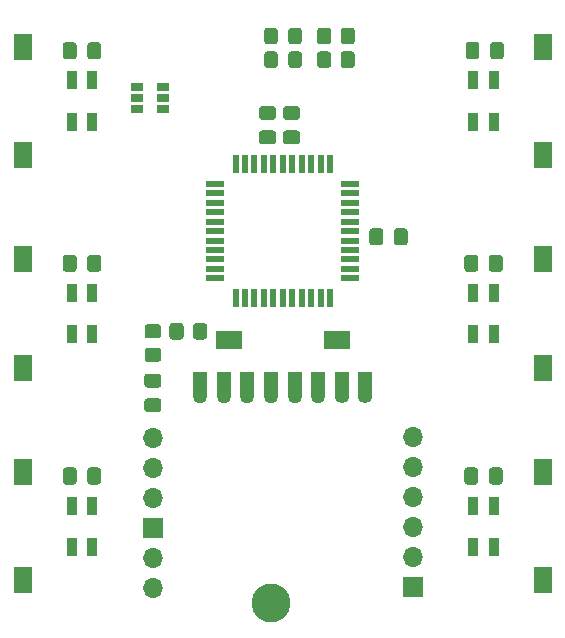
<source format=gbr>
%TF.GenerationSoftware,KiCad,Pcbnew,(5.1.9)-1*%
%TF.CreationDate,2021-04-07T03:10:53+02:00*%
%TF.ProjectId,HB-RC-6-PBU-LED,48422d52-432d-4362-9d50-42552d4c4544,rev?*%
%TF.SameCoordinates,Original*%
%TF.FileFunction,Soldermask,Top*%
%TF.FilePolarity,Negative*%
%FSLAX46Y46*%
G04 Gerber Fmt 4.6, Leading zero omitted, Abs format (unit mm)*
G04 Created by KiCad (PCBNEW (5.1.9)-1) date 2021-04-07 03:10:53*
%MOMM*%
%LPD*%
G01*
G04 APERTURE LIST*
%ADD10R,1.500000X0.550000*%
%ADD11R,0.550000X1.500000*%
%ADD12R,2.180000X1.600000*%
%ADD13O,1.270000X1.270000*%
%ADD14C,1.270000*%
%ADD15C,3.300000*%
%ADD16R,1.200000X2.000000*%
%ADD17O,1.700000X1.700000*%
%ADD18R,1.700000X1.700000*%
%ADD19R,1.060000X0.650000*%
%ADD20R,1.600000X2.180000*%
%ADD21R,0.850000X1.600000*%
G04 APERTURE END LIST*
D10*
%TO.C,U1*%
X189300000Y-72010000D03*
X189300000Y-71210000D03*
X189300000Y-70410000D03*
X189300000Y-69610000D03*
X189300000Y-68810000D03*
X189300000Y-68010000D03*
X189300000Y-67210000D03*
X189300000Y-66410000D03*
X189300000Y-65610000D03*
X189300000Y-64810000D03*
X189300000Y-64010000D03*
D11*
X191000000Y-62310000D03*
X191800000Y-62310000D03*
X192600000Y-62310000D03*
X193400000Y-62310000D03*
X194200000Y-62310000D03*
X195000000Y-62310000D03*
X195800000Y-62310000D03*
X196600000Y-62310000D03*
X197400000Y-62310000D03*
X198200000Y-62310000D03*
X199000000Y-62310000D03*
D10*
X200700000Y-64010000D03*
X200700000Y-64810000D03*
X200700000Y-65610000D03*
X200700000Y-66410000D03*
X200700000Y-67210000D03*
X200700000Y-68010000D03*
X200700000Y-68810000D03*
X200700000Y-69610000D03*
X200700000Y-70410000D03*
X200700000Y-71210000D03*
X200700000Y-72010000D03*
D11*
X199000000Y-73710000D03*
X198200000Y-73710000D03*
X197400000Y-73710000D03*
X196600000Y-73710000D03*
X195800000Y-73710000D03*
X195000000Y-73710000D03*
X194200000Y-73710000D03*
X193400000Y-73710000D03*
X192600000Y-73710000D03*
X191800000Y-73710000D03*
X191000000Y-73710000D03*
%TD*%
D12*
%TO.C,SW1*%
X190410000Y-77250000D03*
X199590000Y-77250000D03*
%TD*%
%TO.C,D2*%
G36*
G01*
X195475000Y-51950001D02*
X195475000Y-51049999D01*
G75*
G02*
X195724999Y-50800000I249999J0D01*
G01*
X196375001Y-50800000D01*
G75*
G02*
X196625000Y-51049999I0J-249999D01*
G01*
X196625000Y-51950001D01*
G75*
G02*
X196375001Y-52200000I-249999J0D01*
G01*
X195724999Y-52200000D01*
G75*
G02*
X195475000Y-51950001I0J249999D01*
G01*
G37*
G36*
G01*
X193425000Y-51950001D02*
X193425000Y-51049999D01*
G75*
G02*
X193674999Y-50800000I249999J0D01*
G01*
X194325001Y-50800000D01*
G75*
G02*
X194575000Y-51049999I0J-249999D01*
G01*
X194575000Y-51950001D01*
G75*
G02*
X194325001Y-52200000I-249999J0D01*
G01*
X193674999Y-52200000D01*
G75*
G02*
X193425000Y-51950001I0J249999D01*
G01*
G37*
%TD*%
%TO.C,D1*%
G36*
G01*
X195475000Y-53950001D02*
X195475000Y-53049999D01*
G75*
G02*
X195724999Y-52800000I249999J0D01*
G01*
X196375001Y-52800000D01*
G75*
G02*
X196625000Y-53049999I0J-249999D01*
G01*
X196625000Y-53950001D01*
G75*
G02*
X196375001Y-54200000I-249999J0D01*
G01*
X195724999Y-54200000D01*
G75*
G02*
X195475000Y-53950001I0J249999D01*
G01*
G37*
G36*
G01*
X193425000Y-53950001D02*
X193425000Y-53049999D01*
G75*
G02*
X193674999Y-52800000I249999J0D01*
G01*
X194325001Y-52800000D01*
G75*
G02*
X194575000Y-53049999I0J-249999D01*
G01*
X194575000Y-53950001D01*
G75*
G02*
X194325001Y-54200000I-249999J0D01*
G01*
X193674999Y-54200000D01*
G75*
G02*
X193425000Y-53950001I0J249999D01*
G01*
G37*
%TD*%
D13*
%TO.C,IC1*%
X202000000Y-82000000D03*
X200000000Y-82000000D03*
D14*
X198000000Y-82000000D03*
X196000000Y-82000000D03*
X194000000Y-82000000D03*
X192000000Y-82000000D03*
X190000000Y-82000000D03*
X188000000Y-82000000D03*
D15*
X193984000Y-99526000D03*
D16*
X202000000Y-81000000D03*
X200000000Y-81000000D03*
X198000000Y-81000000D03*
X196000000Y-81000000D03*
X194000000Y-81000000D03*
X192000000Y-81000000D03*
X190000000Y-81000000D03*
X188000000Y-81000000D03*
%TD*%
D17*
%TO.C,J2*%
X206000000Y-85480000D03*
X206000000Y-88020000D03*
X206000000Y-90560000D03*
X206000000Y-93100000D03*
X206000000Y-95640000D03*
D18*
X206000000Y-98180000D03*
%TD*%
D17*
%TO.C,J3*%
X184000000Y-98200000D03*
X184000000Y-95660000D03*
D18*
X184000000Y-93120000D03*
D17*
X184000000Y-90580000D03*
X184000000Y-88040000D03*
X184000000Y-85500000D03*
%TD*%
%TO.C,C13*%
G36*
G01*
X177550000Y-52275000D02*
X177550000Y-53225000D01*
G75*
G02*
X177300000Y-53475000I-250000J0D01*
G01*
X176625000Y-53475000D01*
G75*
G02*
X176375000Y-53225000I0J250000D01*
G01*
X176375000Y-52275000D01*
G75*
G02*
X176625000Y-52025000I250000J0D01*
G01*
X177300000Y-52025000D01*
G75*
G02*
X177550000Y-52275000I0J-250000D01*
G01*
G37*
G36*
G01*
X179625000Y-52275000D02*
X179625000Y-53225000D01*
G75*
G02*
X179375000Y-53475000I-250000J0D01*
G01*
X178700000Y-53475000D01*
G75*
G02*
X178450000Y-53225000I0J250000D01*
G01*
X178450000Y-52275000D01*
G75*
G02*
X178700000Y-52025000I250000J0D01*
G01*
X179375000Y-52025000D01*
G75*
G02*
X179625000Y-52275000I0J-250000D01*
G01*
G37*
%TD*%
%TO.C,C12*%
G36*
G01*
X211550000Y-88275000D02*
X211550000Y-89225000D01*
G75*
G02*
X211300000Y-89475000I-250000J0D01*
G01*
X210625000Y-89475000D01*
G75*
G02*
X210375000Y-89225000I0J250000D01*
G01*
X210375000Y-88275000D01*
G75*
G02*
X210625000Y-88025000I250000J0D01*
G01*
X211300000Y-88025000D01*
G75*
G02*
X211550000Y-88275000I0J-250000D01*
G01*
G37*
G36*
G01*
X213625000Y-88275000D02*
X213625000Y-89225000D01*
G75*
G02*
X213375000Y-89475000I-250000J0D01*
G01*
X212700000Y-89475000D01*
G75*
G02*
X212450000Y-89225000I0J250000D01*
G01*
X212450000Y-88275000D01*
G75*
G02*
X212700000Y-88025000I250000J0D01*
G01*
X213375000Y-88025000D01*
G75*
G02*
X213625000Y-88275000I0J-250000D01*
G01*
G37*
%TD*%
%TO.C,C11*%
G36*
G01*
X211550000Y-70275000D02*
X211550000Y-71225000D01*
G75*
G02*
X211300000Y-71475000I-250000J0D01*
G01*
X210625000Y-71475000D01*
G75*
G02*
X210375000Y-71225000I0J250000D01*
G01*
X210375000Y-70275000D01*
G75*
G02*
X210625000Y-70025000I250000J0D01*
G01*
X211300000Y-70025000D01*
G75*
G02*
X211550000Y-70275000I0J-250000D01*
G01*
G37*
G36*
G01*
X213625000Y-70275000D02*
X213625000Y-71225000D01*
G75*
G02*
X213375000Y-71475000I-250000J0D01*
G01*
X212700000Y-71475000D01*
G75*
G02*
X212450000Y-71225000I0J250000D01*
G01*
X212450000Y-70275000D01*
G75*
G02*
X212700000Y-70025000I250000J0D01*
G01*
X213375000Y-70025000D01*
G75*
G02*
X213625000Y-70275000I0J-250000D01*
G01*
G37*
%TD*%
%TO.C,C10*%
G36*
G01*
X211650000Y-52255000D02*
X211650000Y-53205000D01*
G75*
G02*
X211400000Y-53455000I-250000J0D01*
G01*
X210725000Y-53455000D01*
G75*
G02*
X210475000Y-53205000I0J250000D01*
G01*
X210475000Y-52255000D01*
G75*
G02*
X210725000Y-52005000I250000J0D01*
G01*
X211400000Y-52005000D01*
G75*
G02*
X211650000Y-52255000I0J-250000D01*
G01*
G37*
G36*
G01*
X213725000Y-52255000D02*
X213725000Y-53205000D01*
G75*
G02*
X213475000Y-53455000I-250000J0D01*
G01*
X212800000Y-53455000D01*
G75*
G02*
X212550000Y-53205000I0J250000D01*
G01*
X212550000Y-52255000D01*
G75*
G02*
X212800000Y-52005000I250000J0D01*
G01*
X213475000Y-52005000D01*
G75*
G02*
X213725000Y-52255000I0J-250000D01*
G01*
G37*
%TD*%
%TO.C,C9*%
G36*
G01*
X177550000Y-88275000D02*
X177550000Y-89225000D01*
G75*
G02*
X177300000Y-89475000I-250000J0D01*
G01*
X176625000Y-89475000D01*
G75*
G02*
X176375000Y-89225000I0J250000D01*
G01*
X176375000Y-88275000D01*
G75*
G02*
X176625000Y-88025000I250000J0D01*
G01*
X177300000Y-88025000D01*
G75*
G02*
X177550000Y-88275000I0J-250000D01*
G01*
G37*
G36*
G01*
X179625000Y-88275000D02*
X179625000Y-89225000D01*
G75*
G02*
X179375000Y-89475000I-250000J0D01*
G01*
X178700000Y-89475000D01*
G75*
G02*
X178450000Y-89225000I0J250000D01*
G01*
X178450000Y-88275000D01*
G75*
G02*
X178700000Y-88025000I250000J0D01*
G01*
X179375000Y-88025000D01*
G75*
G02*
X179625000Y-88275000I0J-250000D01*
G01*
G37*
%TD*%
%TO.C,C8*%
G36*
G01*
X177550000Y-70275000D02*
X177550000Y-71225000D01*
G75*
G02*
X177300000Y-71475000I-250000J0D01*
G01*
X176625000Y-71475000D01*
G75*
G02*
X176375000Y-71225000I0J250000D01*
G01*
X176375000Y-70275000D01*
G75*
G02*
X176625000Y-70025000I250000J0D01*
G01*
X177300000Y-70025000D01*
G75*
G02*
X177550000Y-70275000I0J-250000D01*
G01*
G37*
G36*
G01*
X179625000Y-70275000D02*
X179625000Y-71225000D01*
G75*
G02*
X179375000Y-71475000I-250000J0D01*
G01*
X178700000Y-71475000D01*
G75*
G02*
X178450000Y-71225000I0J250000D01*
G01*
X178450000Y-70275000D01*
G75*
G02*
X178700000Y-70025000I250000J0D01*
G01*
X179375000Y-70025000D01*
G75*
G02*
X179625000Y-70275000I0J-250000D01*
G01*
G37*
%TD*%
D19*
%TO.C,U3*%
X184850000Y-56750000D03*
X184850000Y-55800000D03*
X184850000Y-57700000D03*
X182650000Y-57700000D03*
X182650000Y-56750000D03*
X182650000Y-55800000D03*
%TD*%
D20*
%TO.C,SW7*%
X217000000Y-88410000D03*
X217000000Y-97590000D03*
%TD*%
%TO.C,SW6*%
X217000000Y-70410000D03*
X217000000Y-79590000D03*
%TD*%
%TO.C,SW5*%
X217000000Y-61590000D03*
X217000000Y-52410000D03*
%TD*%
%TO.C,SW4*%
X173000000Y-88410000D03*
X173000000Y-97590000D03*
%TD*%
%TO.C,SW3*%
X173000000Y-70410000D03*
X173000000Y-79590000D03*
%TD*%
%TO.C,SW2*%
X173000000Y-61590000D03*
X173000000Y-52410000D03*
%TD*%
%TO.C,R4*%
G36*
G01*
X187400000Y-76950001D02*
X187400000Y-76049999D01*
G75*
G02*
X187649999Y-75800000I249999J0D01*
G01*
X188350001Y-75800000D01*
G75*
G02*
X188600000Y-76049999I0J-249999D01*
G01*
X188600000Y-76950001D01*
G75*
G02*
X188350001Y-77200000I-249999J0D01*
G01*
X187649999Y-77200000D01*
G75*
G02*
X187400000Y-76950001I0J249999D01*
G01*
G37*
G36*
G01*
X185400000Y-76950001D02*
X185400000Y-76049999D01*
G75*
G02*
X185649999Y-75800000I249999J0D01*
G01*
X186350001Y-75800000D01*
G75*
G02*
X186600000Y-76049999I0J-249999D01*
G01*
X186600000Y-76950001D01*
G75*
G02*
X186350001Y-77200000I-249999J0D01*
G01*
X185649999Y-77200000D01*
G75*
G02*
X185400000Y-76950001I0J249999D01*
G01*
G37*
%TD*%
%TO.C,R3*%
G36*
G01*
X183549999Y-77900000D02*
X184450001Y-77900000D01*
G75*
G02*
X184700000Y-78149999I0J-249999D01*
G01*
X184700000Y-78850001D01*
G75*
G02*
X184450001Y-79100000I-249999J0D01*
G01*
X183549999Y-79100000D01*
G75*
G02*
X183300000Y-78850001I0J249999D01*
G01*
X183300000Y-78149999D01*
G75*
G02*
X183549999Y-77900000I249999J0D01*
G01*
G37*
G36*
G01*
X183549999Y-75900000D02*
X184450001Y-75900000D01*
G75*
G02*
X184700000Y-76149999I0J-249999D01*
G01*
X184700000Y-76850001D01*
G75*
G02*
X184450001Y-77100000I-249999J0D01*
G01*
X183549999Y-77100000D01*
G75*
G02*
X183300000Y-76850001I0J249999D01*
G01*
X183300000Y-76149999D01*
G75*
G02*
X183549999Y-75900000I249999J0D01*
G01*
G37*
%TD*%
%TO.C,R2*%
G36*
G01*
X199100000Y-51049999D02*
X199100000Y-51950001D01*
G75*
G02*
X198850001Y-52200000I-249999J0D01*
G01*
X198149999Y-52200000D01*
G75*
G02*
X197900000Y-51950001I0J249999D01*
G01*
X197900000Y-51049999D01*
G75*
G02*
X198149999Y-50800000I249999J0D01*
G01*
X198850001Y-50800000D01*
G75*
G02*
X199100000Y-51049999I0J-249999D01*
G01*
G37*
G36*
G01*
X201100000Y-51049999D02*
X201100000Y-51950001D01*
G75*
G02*
X200850001Y-52200000I-249999J0D01*
G01*
X200149999Y-52200000D01*
G75*
G02*
X199900000Y-51950001I0J249999D01*
G01*
X199900000Y-51049999D01*
G75*
G02*
X200149999Y-50800000I249999J0D01*
G01*
X200850001Y-50800000D01*
G75*
G02*
X201100000Y-51049999I0J-249999D01*
G01*
G37*
%TD*%
%TO.C,R1*%
G36*
G01*
X199100000Y-53049999D02*
X199100000Y-53950001D01*
G75*
G02*
X198850001Y-54200000I-249999J0D01*
G01*
X198149999Y-54200000D01*
G75*
G02*
X197900000Y-53950001I0J249999D01*
G01*
X197900000Y-53049999D01*
G75*
G02*
X198149999Y-52800000I249999J0D01*
G01*
X198850001Y-52800000D01*
G75*
G02*
X199100000Y-53049999I0J-249999D01*
G01*
G37*
G36*
G01*
X201100000Y-53049999D02*
X201100000Y-53950001D01*
G75*
G02*
X200850001Y-54200000I-249999J0D01*
G01*
X200149999Y-54200000D01*
G75*
G02*
X199900000Y-53950001I0J249999D01*
G01*
X199900000Y-53049999D01*
G75*
G02*
X200149999Y-52800000I249999J0D01*
G01*
X200850001Y-52800000D01*
G75*
G02*
X201100000Y-53049999I0J-249999D01*
G01*
G37*
%TD*%
D21*
%TO.C,D8*%
X211125000Y-94750000D03*
X212875000Y-94750000D03*
X211125000Y-91250000D03*
X212875000Y-91250000D03*
%TD*%
%TO.C,D5*%
X177125000Y-94750000D03*
X178875000Y-94750000D03*
X177125000Y-91250000D03*
X178875000Y-91250000D03*
%TD*%
%TO.C,D7*%
X211125000Y-76750000D03*
X212875000Y-76750000D03*
X211125000Y-73250000D03*
X212875000Y-73250000D03*
%TD*%
%TO.C,D4*%
X177125000Y-76750000D03*
X178875000Y-76750000D03*
X177125000Y-73250000D03*
X178875000Y-73250000D03*
%TD*%
%TO.C,D6*%
X211125000Y-58750000D03*
X212875000Y-58750000D03*
X211125000Y-55250000D03*
X212875000Y-55250000D03*
%TD*%
%TO.C,D3*%
X177125000Y-58750000D03*
X178875000Y-58750000D03*
X177125000Y-55250000D03*
X178875000Y-55250000D03*
%TD*%
%TO.C,C7*%
G36*
G01*
X194185000Y-58592500D02*
X193235000Y-58592500D01*
G75*
G02*
X192985000Y-58342500I0J250000D01*
G01*
X192985000Y-57667500D01*
G75*
G02*
X193235000Y-57417500I250000J0D01*
G01*
X194185000Y-57417500D01*
G75*
G02*
X194435000Y-57667500I0J-250000D01*
G01*
X194435000Y-58342500D01*
G75*
G02*
X194185000Y-58592500I-250000J0D01*
G01*
G37*
G36*
G01*
X194185000Y-60667500D02*
X193235000Y-60667500D01*
G75*
G02*
X192985000Y-60417500I0J250000D01*
G01*
X192985000Y-59742500D01*
G75*
G02*
X193235000Y-59492500I250000J0D01*
G01*
X194185000Y-59492500D01*
G75*
G02*
X194435000Y-59742500I0J-250000D01*
G01*
X194435000Y-60417500D01*
G75*
G02*
X194185000Y-60667500I-250000J0D01*
G01*
G37*
%TD*%
%TO.C,C5*%
G36*
G01*
X204412500Y-68975000D02*
X204412500Y-68025000D01*
G75*
G02*
X204662500Y-67775000I250000J0D01*
G01*
X205337500Y-67775000D01*
G75*
G02*
X205587500Y-68025000I0J-250000D01*
G01*
X205587500Y-68975000D01*
G75*
G02*
X205337500Y-69225000I-250000J0D01*
G01*
X204662500Y-69225000D01*
G75*
G02*
X204412500Y-68975000I0J250000D01*
G01*
G37*
G36*
G01*
X202337500Y-68975000D02*
X202337500Y-68025000D01*
G75*
G02*
X202587500Y-67775000I250000J0D01*
G01*
X203262500Y-67775000D01*
G75*
G02*
X203512500Y-68025000I0J-250000D01*
G01*
X203512500Y-68975000D01*
G75*
G02*
X203262500Y-69225000I-250000J0D01*
G01*
X202587500Y-69225000D01*
G75*
G02*
X202337500Y-68975000I0J250000D01*
G01*
G37*
%TD*%
%TO.C,C4*%
G36*
G01*
X196215000Y-58590000D02*
X195265000Y-58590000D01*
G75*
G02*
X195015000Y-58340000I0J250000D01*
G01*
X195015000Y-57665000D01*
G75*
G02*
X195265000Y-57415000I250000J0D01*
G01*
X196215000Y-57415000D01*
G75*
G02*
X196465000Y-57665000I0J-250000D01*
G01*
X196465000Y-58340000D01*
G75*
G02*
X196215000Y-58590000I-250000J0D01*
G01*
G37*
G36*
G01*
X196215000Y-60665000D02*
X195265000Y-60665000D01*
G75*
G02*
X195015000Y-60415000I0J250000D01*
G01*
X195015000Y-59740000D01*
G75*
G02*
X195265000Y-59490000I250000J0D01*
G01*
X196215000Y-59490000D01*
G75*
G02*
X196465000Y-59740000I0J-250000D01*
G01*
X196465000Y-60415000D01*
G75*
G02*
X196215000Y-60665000I-250000J0D01*
G01*
G37*
%TD*%
%TO.C,C2*%
G36*
G01*
X184475000Y-81262500D02*
X183525000Y-81262500D01*
G75*
G02*
X183275000Y-81012500I0J250000D01*
G01*
X183275000Y-80337500D01*
G75*
G02*
X183525000Y-80087500I250000J0D01*
G01*
X184475000Y-80087500D01*
G75*
G02*
X184725000Y-80337500I0J-250000D01*
G01*
X184725000Y-81012500D01*
G75*
G02*
X184475000Y-81262500I-250000J0D01*
G01*
G37*
G36*
G01*
X184475000Y-83337500D02*
X183525000Y-83337500D01*
G75*
G02*
X183275000Y-83087500I0J250000D01*
G01*
X183275000Y-82412500D01*
G75*
G02*
X183525000Y-82162500I250000J0D01*
G01*
X184475000Y-82162500D01*
G75*
G02*
X184725000Y-82412500I0J-250000D01*
G01*
X184725000Y-83087500D01*
G75*
G02*
X184475000Y-83337500I-250000J0D01*
G01*
G37*
%TD*%
M02*

</source>
